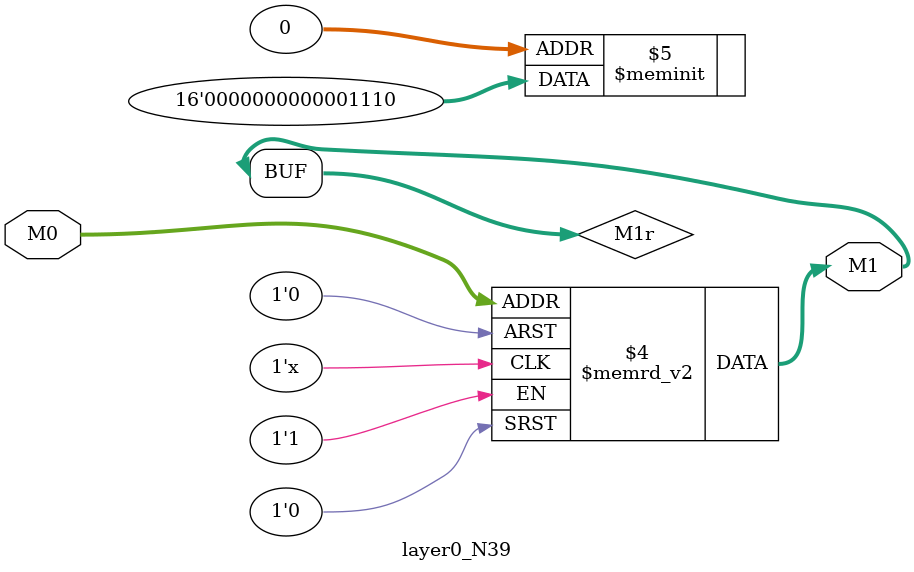
<source format=v>
module layer0_N39 ( input [2:0] M0, output [1:0] M1 );

	(*rom_style = "distributed" *) reg [1:0] M1r;
	assign M1 = M1r;
	always @ (M0) begin
		case (M0)
			3'b000: M1r = 2'b10;
			3'b100: M1r = 2'b00;
			3'b010: M1r = 2'b00;
			3'b110: M1r = 2'b00;
			3'b001: M1r = 2'b11;
			3'b101: M1r = 2'b00;
			3'b011: M1r = 2'b00;
			3'b111: M1r = 2'b00;

		endcase
	end
endmodule

</source>
